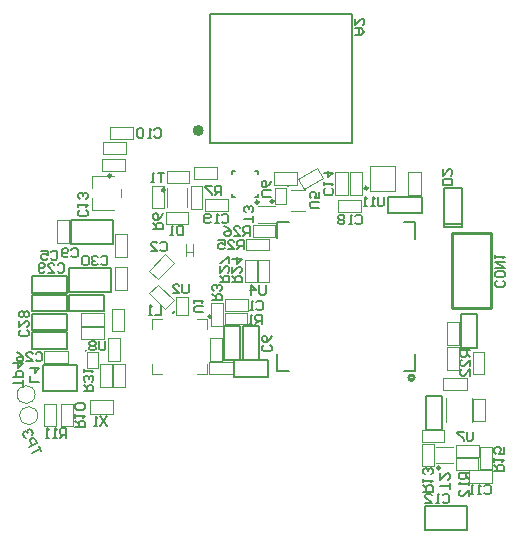
<source format=gbo>
G04*
G04 #@! TF.GenerationSoftware,Altium Limited,Altium Designer,19.1.9 (167)*
G04*
G04 Layer_Color=32896*
%FSAX25Y25*%
%MOIN*%
G70*
G01*
G75*
%ADD10C,0.00787*%
%ADD11C,0.00598*%
%ADD22C,0.01968*%
%ADD64C,0.00984*%
%ADD114C,0.01000*%
%ADD115C,0.00394*%
%ADD116C,0.00197*%
%ADD117C,0.00591*%
D10*
X0724692Y3255560D02*
G03*
X0724692Y3255560I-0000223J0000000D01*
G01*
X0851705Y3195818D02*
Y3203818D01*
X0837706D02*
X0851705D01*
X0837706Y3195818D02*
Y3203818D01*
Y3195818D02*
X0851705D01*
X0843414Y3228989D02*
Y3240489D01*
X0837914D02*
X0843414D01*
X0837914Y3228989D02*
Y3240489D01*
Y3228989D02*
X0843414D01*
X0855133Y3256430D02*
Y3267930D01*
X0849633D02*
X0855133D01*
X0849633Y3256430D02*
Y3267930D01*
Y3256430D02*
X0855133D01*
X0830709Y3248866D02*
X0834410D01*
X0834450Y3248905D01*
Y3254574D01*
X0834410Y3292921D02*
Y3298314D01*
X0834292Y3298432D02*
X0834410Y3298314D01*
X0830709Y3298432D02*
X0834292D01*
X0788465Y3298393D02*
X0792402D01*
X0788387Y3298314D02*
X0788465Y3298393D01*
X0788387Y3292999D02*
Y3298314D01*
X0788308Y3249062D02*
Y3254574D01*
X0788465Y3248905D02*
X0792442D01*
X0788308Y3249062D02*
X0788465Y3248905D01*
X0825294Y3301281D02*
X0836794D01*
Y3306781D01*
X0825294D02*
X0836794D01*
X0825294Y3301281D02*
Y3306781D01*
X0773209Y3306787D02*
Y3307771D01*
Y3306787D02*
X0774194Y3306787D01*
X0773209Y3315448D02*
X0774194D01*
X0773209D02*
X0773209Y3314464D01*
X0781871D02*
Y3315448D01*
X0780887Y3315448D02*
X0781871Y3315448D01*
X0781871Y3307771D02*
X0781871Y3306787D01*
X0780887D02*
X0781871D01*
X0770656Y3252375D02*
X0776156D01*
X0770656D02*
Y3263875D01*
X0776156D01*
Y3252375D02*
Y3263875D01*
X0776877Y3252336D02*
X0782377D01*
X0776877D02*
Y3263836D01*
X0782377D01*
Y3252336D02*
Y3263836D01*
X0773995Y3246793D02*
Y3252293D01*
X0785495D01*
Y3246793D02*
Y3252293D01*
X0773995Y3246793D02*
X0785495D01*
X0719074Y3274177D02*
X0730574D01*
X0719074Y3268677D02*
Y3274177D01*
Y3268677D02*
X0730574D01*
Y3274177D01*
X0706711Y3262417D02*
X0718211D01*
Y3267917D01*
X0706711D02*
X0718211D01*
X0706711Y3262417D02*
Y3267917D01*
Y3256157D02*
X0718211D01*
Y3261657D01*
X0706711D02*
X0718211D01*
X0706711Y3256157D02*
Y3261657D01*
X0710178Y3242175D02*
X0721595D01*
X0710178D02*
Y3250836D01*
X0721595D01*
Y3242175D02*
Y3250836D01*
X0706711Y3268677D02*
X0718211D01*
Y3274177D01*
X0706711D02*
X0718211D01*
X0706711Y3268677D02*
Y3274177D01*
X0706672Y3274903D02*
Y3280403D01*
X0718172D01*
Y3274903D02*
Y3280403D01*
X0706672Y3274903D02*
X0718172D01*
X0719005Y3274952D02*
Y3282952D01*
Y3274952D02*
X0733005D01*
Y3282952D01*
X0719005D02*
X0733005D01*
X0719770Y3291019D02*
Y3299018D01*
Y3291019D02*
X0733770D01*
Y3299018D01*
X0719770D02*
X0733770D01*
X0813249Y3324621D02*
Y3367928D01*
X0766005Y3324621D02*
X0813249D01*
X0766005Y3367928D02*
X0813249D01*
X0766005Y3324621D02*
Y3367928D01*
X0844068Y3296834D02*
X0850068D01*
X0844068Y3297834D02*
X0850068D01*
Y3296834D02*
Y3309834D01*
X0844068D02*
X0850068D01*
X0844068Y3296834D02*
Y3309834D01*
D11*
X0747449Y3329135D02*
X0747974Y3329660D01*
X0749023D01*
X0749548Y3329135D01*
Y3327036D01*
X0749023Y3326511D01*
X0747974D01*
X0747449Y3327036D01*
X0746399Y3326511D02*
X0745350D01*
X0745875D01*
Y3329660D01*
X0746399Y3329135D01*
X0743776D02*
X0743251Y3329660D01*
X0742201D01*
X0741677Y3329135D01*
Y3327036D01*
X0742201Y3326511D01*
X0743251D01*
X0743776Y3327036D01*
Y3329135D01*
D22*
X0762948Y3328952D02*
G03*
X0762948Y3328952I-0000880J0000000D01*
G01*
D64*
X0733009Y3313834D02*
G03*
X0733009Y3313834I-0000492J0000000D01*
G01*
D114*
X0842695Y3216475D02*
G03*
X0842695Y3216475I-0000473J0000000D01*
G01*
X0834056Y3246503D02*
G03*
X0834056Y3246503I-0000905J0000000D01*
G01*
X0818539Y3309764D02*
G03*
X0818539Y3309764I-0000487J0000000D01*
G01*
X0750966Y3309070D02*
G03*
X0750966Y3309070I-0000473J0000000D01*
G01*
X0782162Y3305054D02*
G03*
X0782162Y3305054I-0000449J0000000D01*
G01*
X0787226Y3305330D02*
G03*
X0787226Y3305330I-0000473J0000000D01*
G01*
X0766389Y3267023D02*
G03*
X0766389Y3267023I-0000424J0000000D01*
G01*
X0753879Y3268361D02*
G03*
X0753879Y3268361I-0000197J0000000D01*
G01*
X0846749Y3294680D02*
X0859749Y3294680D01*
X0846749Y3269680D02*
Y3294680D01*
Y3269680D02*
X0859749Y3269680D01*
Y3294680D01*
D115*
X0792132Y3310380D02*
G03*
X0792132Y3310380I-0000224J0000000D01*
G01*
X0797603Y3309700D02*
G03*
X0797603Y3309700I-0000220J0000000D01*
G01*
X0707698Y3240921D02*
G03*
X0707698Y3240921I-0002993J0000000D01*
G01*
X0708565Y3233873D02*
G03*
X0708565Y3233873I-0002993J0000000D01*
G01*
X0758091Y3288316D02*
X0760454D01*
X0758091D02*
X0759272D01*
X0758091D02*
Y3291078D01*
X0760454Y3288316D02*
Y3291078D01*
Y3287141D02*
Y3288322D01*
X0758091Y3287102D02*
Y3288316D01*
X0841435Y3223561D02*
X0846946D01*
X0841435Y3218050D02*
X0846946D01*
X0836631Y3224506D02*
X0840569D01*
Y3217026D02*
Y3224506D01*
X0836631Y3217026D02*
X0840569D01*
X0836631D02*
Y3224506D01*
X0836671Y3225136D02*
Y3229073D01*
X0844151D01*
Y3225136D02*
Y3229073D01*
X0836671Y3225136D02*
X0844151D01*
X0855529Y3220255D02*
Y3224191D01*
X0848049Y3220255D02*
X0855529D01*
X0848049D02*
Y3224191D01*
X0855529D01*
X0855490Y3215884D02*
Y3219821D01*
X0848009Y3215884D02*
X0855490D01*
X0848009D02*
Y3219821D01*
X0855490D01*
X0855962Y3223561D02*
X0859899D01*
Y3216081D02*
Y3223561D01*
X0855962Y3216081D02*
X0859899D01*
X0855962D02*
Y3223561D01*
X0859961Y3211531D02*
Y3215665D01*
X0852284Y3211531D02*
X0859961D01*
X0852284D02*
Y3215665D01*
X0859961D01*
X0853774Y3231944D02*
X0857711D01*
X0853774D02*
Y3239425D01*
X0857711D01*
Y3231944D02*
Y3239425D01*
X0853225Y3231810D02*
X0853245Y3239684D01*
X0844761Y3231810D02*
Y3239684D01*
X0844883Y3249168D02*
X0849016D01*
X0844883D02*
Y3256846D01*
X0849016D01*
Y3249168D02*
Y3256846D01*
X0844883Y3264956D02*
X0849016D01*
Y3257279D02*
Y3264956D01*
X0844883Y3257279D02*
X0849016D01*
X0844883D02*
Y3264956D01*
X0843833Y3242397D02*
Y3246531D01*
X0851510D01*
Y3242397D02*
Y3246531D01*
X0843833Y3242397D02*
X0851510D01*
X0853524Y3255133D02*
X0857461D01*
Y3247653D02*
Y3255133D01*
X0853524Y3247653D02*
X0857461D01*
X0853524D02*
Y3255133D01*
X0832048Y3315074D02*
X0836182D01*
Y3307397D02*
Y3315074D01*
X0832048Y3307397D02*
X0836182D01*
X0832048D02*
Y3315074D01*
X0819391Y3308755D02*
Y3317023D01*
Y3308755D02*
X0827658D01*
Y3317023D01*
X0819391D02*
X0827658D01*
X0812776Y3307535D02*
X0816713D01*
X0812776D02*
Y3315015D01*
X0816713D01*
Y3307535D02*
Y3315015D01*
X0808584Y3301609D02*
Y3305743D01*
X0816261D01*
Y3301609D02*
Y3305743D01*
X0808584Y3301609D02*
X0816261D01*
X0807757Y3307515D02*
X0811891D01*
X0807757D02*
Y3315192D01*
X0811891D01*
Y3307515D02*
Y3315192D01*
X0795040Y3310862D02*
Y3314995D01*
X0787363Y3310862D02*
X0795040D01*
X0787363D02*
Y3314995D01*
X0795040D01*
X0801685Y3316464D02*
X0803653Y3313054D01*
X0797175Y3309314D02*
X0803653Y3313054D01*
X0795207Y3312724D02*
X0797175Y3309314D01*
X0795207Y3312724D02*
X0801685Y3316464D01*
X0787609Y3304480D02*
Y3309880D01*
Y3304480D02*
X0791409D01*
Y3309880D01*
X0787609D02*
X0791409D01*
X0793052Y3302121D02*
X0797776D01*
X0793052Y3309011D02*
X0797776D01*
X0760670Y3312791D02*
Y3316924D01*
X0768347D01*
Y3312791D02*
Y3316924D01*
X0760670Y3312791D02*
X0768347D01*
X0759036Y3311334D02*
Y3315271D01*
X0751556Y3311334D02*
X0759036D01*
X0751556D02*
Y3315271D01*
X0759036D01*
X0751792Y3303351D02*
Y3309779D01*
X0758485Y3303362D02*
Y3309789D01*
X0751280Y3297909D02*
Y3301846D01*
X0758761D01*
Y3297909D02*
Y3301846D01*
X0751280Y3297909D02*
X0758761D01*
X0759509Y3310389D02*
X0763446D01*
Y3302909D02*
Y3310389D01*
X0759509Y3302909D02*
X0763446D01*
X0759509D02*
Y3310389D01*
X0771891Y3302082D02*
Y3306216D01*
X0764213Y3302082D02*
X0771891D01*
X0764213D02*
Y3306216D01*
X0771891D01*
X0782028Y3298243D02*
X0787540D01*
X0782028Y3303755D02*
X0787540D01*
X0787698Y3293361D02*
Y3297298D01*
X0780217Y3293361D02*
X0787698D01*
X0780217D02*
Y3297298D01*
X0787698D01*
X0785572Y3288992D02*
Y3292928D01*
X0778091Y3288992D02*
X0785572D01*
X0778091D02*
Y3292928D01*
X0785572D01*
X0777579Y3278283D02*
X0781517D01*
X0777579D02*
Y3285763D01*
X0781517D01*
Y3278283D02*
Y3285763D01*
X0781871Y3278283D02*
X0785808D01*
X0781871D02*
Y3285763D01*
X0785808D01*
Y3278283D02*
Y3285763D01*
X0761713Y3266117D02*
X0765060D01*
Y3262771D02*
Y3266117D01*
X0746556D02*
X0749902D01*
X0746556Y3262771D02*
Y3266117D01*
Y3247614D02*
Y3250960D01*
Y3247614D02*
X0749902D01*
X0765060D02*
Y3250960D01*
X0761713Y3247614D02*
X0765060D01*
X0766438Y3263794D02*
X0770375D01*
X0766438D02*
Y3271275D01*
X0770375D01*
Y3263794D02*
Y3271275D01*
X0778583Y3268657D02*
Y3272791D01*
X0770906Y3268657D02*
X0778583D01*
X0770906D02*
Y3272791D01*
X0778583D01*
X0770926Y3264306D02*
Y3268243D01*
X0778406D01*
Y3264306D02*
Y3268243D01*
X0770926Y3264306D02*
X0778406D01*
X0765867Y3252239D02*
Y3259917D01*
Y3252239D02*
X0770001D01*
Y3259917D01*
X0765867D02*
X0770001D01*
X0773505Y3247712D02*
Y3251846D01*
X0765828Y3247712D02*
X0773505D01*
X0765828D02*
Y3251846D01*
X0773505D01*
X0754666Y3273283D02*
X0758603D01*
X0754666Y3267377D02*
X0758603D01*
Y3273283D01*
X0754666Y3267377D02*
Y3273283D01*
X0751116Y3269522D02*
X0753900Y3272306D01*
X0745826Y3274811D02*
X0751116Y3269522D01*
X0745826Y3274811D02*
X0748610Y3277595D01*
X0753900Y3272306D01*
X0745726Y3282266D02*
X0748650Y3279343D01*
X0745726Y3282266D02*
X0751155Y3287695D01*
X0754078Y3284772D01*
X0748650Y3279343D02*
X0754078Y3284772D01*
X0746595Y3302987D02*
X0750532D01*
X0746595D02*
Y3310468D01*
X0750532D01*
Y3302987D02*
Y3310468D01*
X0723032Y3263927D02*
Y3268060D01*
X0730710D01*
Y3263927D02*
Y3268060D01*
X0723032Y3263927D02*
X0730710D01*
X0723072Y3259438D02*
Y3263572D01*
X0730749D01*
Y3259438D02*
Y3263572D01*
X0723072Y3259438D02*
X0730749D01*
X0718505Y3251446D02*
Y3255580D01*
X0710828Y3251446D02*
X0718505D01*
X0710828D02*
Y3255580D01*
X0718505D01*
X0710808Y3237889D02*
X0714745D01*
Y3230409D02*
Y3237889D01*
X0710808Y3230409D02*
X0714745D01*
X0710808D02*
Y3237889D01*
X0716359Y3237889D02*
X0720296D01*
Y3230409D02*
Y3237889D01*
X0716359Y3230409D02*
X0720296D01*
X0716359D02*
Y3237889D01*
X0725887Y3234503D02*
X0730217D01*
X0733761D01*
Y3239228D01*
X0725887D02*
X0733761D01*
X0725887Y3234503D02*
Y3239228D01*
X0729351Y3243519D02*
X0733288D01*
X0729351D02*
Y3250999D01*
X0733288D01*
Y3243519D02*
Y3250999D01*
X0733642Y3243480D02*
X0737579D01*
X0733642D02*
Y3250960D01*
X0737579D01*
Y3243480D02*
Y3250960D01*
X0732028Y3259694D02*
X0735965D01*
Y3252214D02*
Y3259694D01*
X0732028Y3252214D02*
X0735965D01*
X0732028D02*
Y3259694D01*
X0733406Y3269503D02*
X0737343D01*
Y3262023D02*
Y3269503D01*
X0733406Y3262023D02*
X0737343D01*
X0733406D02*
Y3269503D01*
X0734213Y3294523D02*
X0738347D01*
Y3286846D02*
Y3294523D01*
X0734213Y3286846D02*
X0738347D01*
X0734213D02*
Y3294523D01*
X0715001Y3291373D02*
X0719135D01*
X0715001D02*
Y3299051D01*
X0719135D01*
Y3291373D02*
Y3299051D01*
X0734351Y3283361D02*
X0738288D01*
Y3275881D02*
Y3283361D01*
X0734351Y3275881D02*
X0738288D01*
X0734351D02*
Y3283361D01*
X0726689Y3302338D02*
Y3306275D01*
Y3309897D02*
Y3313834D01*
X0736438Y3306806D02*
Y3309365D01*
X0726689Y3313834D02*
X0733977D01*
X0726689Y3302338D02*
X0733977D01*
X0737560Y3315271D02*
Y3319405D01*
X0729883Y3315271D02*
X0737560D01*
X0729883D02*
Y3319405D01*
X0737560D01*
X0740237Y3326058D02*
Y3330192D01*
X0732560Y3326058D02*
X0740237D01*
X0732560D02*
Y3330192D01*
X0740237D01*
X0730453Y3325015D02*
X0737934D01*
X0730453Y3321078D02*
Y3325015D01*
Y3321078D02*
X0737934D01*
Y3325015D01*
D116*
X0725021Y3249891D02*
Y3254970D01*
X0728524D01*
X0725021Y3249891D02*
X0728524D01*
Y3254970D01*
D117*
X0756950Y3297258D02*
Y3294109D01*
X0755375D01*
X0754851Y3294634D01*
Y3296733D01*
X0755375Y3297258D01*
X0756950D01*
X0753801Y3294109D02*
X0752751D01*
X0753276D01*
Y3297258D01*
X0753801Y3296733D01*
X0843551Y3207285D02*
X0844076Y3207809D01*
X0845126D01*
X0845650Y3207285D01*
Y3205185D01*
X0845126Y3204660D01*
X0844076D01*
X0843551Y3205185D01*
X0842502Y3204660D02*
X0841452D01*
X0841977D01*
Y3207809D01*
X0842502Y3207285D01*
X0837779Y3204660D02*
X0839878D01*
X0837779Y3206760D01*
Y3207285D01*
X0838304Y3207809D01*
X0839353D01*
X0839878Y3207285D01*
X0845964Y3209424D02*
Y3211523D01*
Y3210474D01*
X0842816D01*
Y3214672D02*
Y3212573D01*
X0844915Y3214672D01*
X0845440D01*
X0845964Y3214147D01*
Y3213098D01*
X0845440Y3212573D01*
X0837107Y3208558D02*
X0840256D01*
Y3210133D01*
X0839731Y3210657D01*
X0838681D01*
X0838157Y3210133D01*
Y3208558D01*
Y3209608D02*
X0837107Y3210657D01*
Y3211707D02*
Y3212756D01*
Y3212231D01*
X0840256D01*
X0839731Y3211707D01*
Y3214331D02*
X0840256Y3214856D01*
Y3215905D01*
X0839731Y3216430D01*
X0839206D01*
X0838681Y3215905D01*
Y3215380D01*
Y3215905D01*
X0838157Y3216430D01*
X0837632D01*
X0837107Y3215905D01*
Y3214856D01*
X0837632Y3214331D01*
X0852284Y3214808D02*
X0849136D01*
Y3213234D01*
X0849660Y3212709D01*
X0850710D01*
X0851235Y3213234D01*
Y3214808D01*
Y3213759D02*
X0852284Y3212709D01*
Y3211660D02*
Y3210610D01*
Y3211135D01*
X0849136D01*
X0849660Y3211660D01*
X0852284Y3206937D02*
Y3209036D01*
X0850185Y3206937D01*
X0849660D01*
X0849136Y3207462D01*
Y3208511D01*
X0849660Y3209036D01*
X0860769Y3215448D02*
X0863917D01*
Y3217022D01*
X0863392Y3217547D01*
X0862343D01*
X0861818Y3217022D01*
Y3215448D01*
Y3216497D02*
X0860769Y3217547D01*
Y3218597D02*
Y3219646D01*
Y3219122D01*
X0863917D01*
X0863392Y3218597D01*
X0863917Y3223320D02*
Y3221220D01*
X0862343D01*
X0862868Y3222270D01*
Y3222795D01*
X0862343Y3223320D01*
X0861293D01*
X0860769Y3222795D01*
Y3221745D01*
X0861293Y3221220D01*
X0857410Y3210316D02*
X0857934Y3210841D01*
X0858984D01*
X0859509Y3210316D01*
Y3208217D01*
X0858984Y3207692D01*
X0857934D01*
X0857410Y3208217D01*
X0856360Y3207692D02*
X0855311D01*
X0855835D01*
Y3210841D01*
X0856360Y3210316D01*
X0853736Y3207692D02*
X0852687D01*
X0853211D01*
Y3210841D01*
X0853736Y3210316D01*
X0853682Y3228596D02*
Y3225973D01*
X0853157Y3225448D01*
X0852108D01*
X0851583Y3225973D01*
Y3228596D01*
X0850533D02*
X0848434D01*
Y3228072D01*
X0850533Y3225973D01*
Y3225448D01*
X0852619Y3255645D02*
X0849470D01*
Y3254071D01*
X0849995Y3253546D01*
X0851045D01*
X0851569Y3254071D01*
Y3255645D01*
Y3254596D02*
X0852619Y3253546D01*
Y3250397D02*
Y3252496D01*
X0850520Y3250397D01*
X0849995D01*
X0849470Y3250922D01*
Y3251971D01*
X0849995Y3252496D01*
X0852619Y3247248D02*
Y3249348D01*
X0850520Y3247248D01*
X0849995D01*
X0849470Y3247773D01*
Y3248823D01*
X0849995Y3249348D01*
X0784509Y3277337D02*
Y3274713D01*
X0783984Y3274188D01*
X0782934D01*
X0782410Y3274713D01*
Y3277337D01*
X0779786Y3274188D02*
Y3277337D01*
X0781360Y3275763D01*
X0779261D01*
X0823997Y3306786D02*
Y3304162D01*
X0823472Y3303637D01*
X0822423D01*
X0821898Y3304162D01*
Y3306786D01*
X0820848Y3303637D02*
X0819799D01*
X0820323D01*
Y3306786D01*
X0820848Y3306261D01*
X0818224Y3303637D02*
X0817175D01*
X0817700D01*
Y3306786D01*
X0818224Y3306261D01*
X0814496Y3300316D02*
X0815021Y3300841D01*
X0816070D01*
X0816595Y3300316D01*
Y3298217D01*
X0816070Y3297692D01*
X0815021D01*
X0814496Y3298217D01*
X0813447Y3297692D02*
X0812397D01*
X0812922D01*
Y3300841D01*
X0813447Y3300316D01*
X0810823D02*
X0810298Y3300841D01*
X0809249D01*
X0808724Y3300316D01*
Y3299791D01*
X0809249Y3299266D01*
X0808724Y3298742D01*
Y3298217D01*
X0809249Y3297692D01*
X0810298D01*
X0810823Y3298217D01*
Y3298742D01*
X0810298Y3299266D01*
X0810823Y3299791D01*
Y3300316D01*
X0810298Y3299266D02*
X0809249D01*
X0806542Y3309673D02*
X0807067Y3309148D01*
Y3308099D01*
X0806542Y3307574D01*
X0804443D01*
X0803918Y3308099D01*
Y3309148D01*
X0804443Y3309673D01*
X0803918Y3310723D02*
Y3311772D01*
Y3311247D01*
X0807067D01*
X0806542Y3310723D01*
X0803918Y3314921D02*
X0807067D01*
X0805492Y3313346D01*
Y3315445D01*
X0786397Y3306905D02*
X0783774D01*
X0783249Y3307430D01*
Y3308479D01*
X0783774Y3309004D01*
X0786397D01*
Y3312152D02*
X0785873Y3311103D01*
X0784823Y3310053D01*
X0783774D01*
X0783249Y3310578D01*
Y3311628D01*
X0783774Y3312152D01*
X0784298D01*
X0784823Y3311628D01*
Y3310053D01*
X0802460Y3303125D02*
X0799837D01*
X0799312Y3303650D01*
Y3304699D01*
X0799837Y3305224D01*
X0802460D01*
Y3308373D02*
Y3306274D01*
X0800886D01*
X0801411Y3307323D01*
Y3307848D01*
X0800886Y3308373D01*
X0799837D01*
X0799312Y3307848D01*
Y3306799D01*
X0799837Y3306274D01*
X0750611Y3314896D02*
X0748512D01*
X0749562D01*
Y3311747D01*
X0747462D02*
X0746413D01*
X0746938D01*
Y3314896D01*
X0747462Y3314371D01*
X0747107Y3296038D02*
X0750256D01*
Y3297613D01*
X0749731Y3298138D01*
X0748681D01*
X0748157Y3297613D01*
Y3296038D01*
Y3297088D02*
X0747107Y3298138D01*
X0750256Y3301286D02*
X0749731Y3300237D01*
X0748681Y3299187D01*
X0747632D01*
X0747107Y3299712D01*
Y3300761D01*
X0747632Y3301286D01*
X0748157D01*
X0748681Y3300761D01*
Y3299187D01*
X0769705Y3307338D02*
Y3310486D01*
X0768131D01*
X0767606Y3309962D01*
Y3308912D01*
X0768131Y3308387D01*
X0769705D01*
X0768656D02*
X0767606Y3307338D01*
X0766557Y3310486D02*
X0764458D01*
Y3309962D01*
X0766557Y3307862D01*
Y3307338D01*
X0769890Y3300670D02*
X0770415Y3301195D01*
X0771464D01*
X0771989Y3300670D01*
Y3298571D01*
X0771464Y3298046D01*
X0770415D01*
X0769890Y3298571D01*
X0768840Y3298046D02*
X0767791D01*
X0768316D01*
Y3301195D01*
X0768840Y3300670D01*
X0766217Y3298571D02*
X0765692Y3298046D01*
X0764642D01*
X0764117Y3298571D01*
Y3300670D01*
X0764642Y3301195D01*
X0765692D01*
X0766217Y3300670D01*
Y3300145D01*
X0765692Y3299621D01*
X0764117D01*
X0780492Y3298479D02*
Y3300579D01*
Y3299529D01*
X0777343D01*
X0779967Y3301628D02*
X0780492Y3302153D01*
Y3303202D01*
X0779967Y3303727D01*
X0779442D01*
X0778918Y3303202D01*
Y3302678D01*
Y3303202D01*
X0778393Y3303727D01*
X0777868D01*
X0777343Y3303202D01*
Y3302153D01*
X0777868Y3301628D01*
X0779194Y3293834D02*
Y3296983D01*
X0777619D01*
X0777095Y3296458D01*
Y3295408D01*
X0777619Y3294883D01*
X0779194D01*
X0778144D02*
X0777095Y3293834D01*
X0773946D02*
X0776045D01*
X0773946Y3295933D01*
Y3296458D01*
X0774471Y3296983D01*
X0775520D01*
X0776045Y3296458D01*
X0770797Y3296983D02*
X0771847Y3296458D01*
X0772896Y3295408D01*
Y3294358D01*
X0772372Y3293834D01*
X0771322D01*
X0770797Y3294358D01*
Y3294883D01*
X0771322Y3295408D01*
X0772896D01*
X0777186Y3289267D02*
Y3292416D01*
X0775611D01*
X0775087Y3291891D01*
Y3290841D01*
X0775611Y3290316D01*
X0777186D01*
X0776136D02*
X0775087Y3289267D01*
X0771938D02*
X0774037D01*
X0771938Y3291366D01*
Y3291891D01*
X0772463Y3292416D01*
X0773513D01*
X0774037Y3291891D01*
X0768790Y3292416D02*
X0770889D01*
Y3290841D01*
X0769839Y3291366D01*
X0769314D01*
X0768790Y3290841D01*
Y3289792D01*
X0769314Y3289267D01*
X0770364D01*
X0770889Y3289792D01*
X0769312Y3278440D02*
X0772460D01*
Y3280014D01*
X0771936Y3280539D01*
X0770886D01*
X0770361Y3280014D01*
Y3278440D01*
Y3279490D02*
X0769312Y3280539D01*
Y3283688D02*
Y3281589D01*
X0771411Y3283688D01*
X0771936D01*
X0772460Y3283163D01*
Y3282114D01*
X0771936Y3281589D01*
X0772460Y3284737D02*
Y3286836D01*
X0771936D01*
X0769837Y3284737D01*
X0769312D01*
X0773367Y3278283D02*
X0776515D01*
Y3279857D01*
X0775991Y3280382D01*
X0774941D01*
X0774416Y3279857D01*
Y3278283D01*
Y3279332D02*
X0773367Y3280382D01*
Y3283530D02*
Y3281431D01*
X0775466Y3283530D01*
X0775991D01*
X0776515Y3283006D01*
Y3281956D01*
X0775991Y3281431D01*
X0773367Y3286154D02*
X0776515D01*
X0774941Y3284580D01*
Y3286679D01*
X0763799Y3268283D02*
X0761175D01*
X0760650Y3268807D01*
Y3269857D01*
X0761175Y3270382D01*
X0763799D01*
X0760650Y3271431D02*
Y3272481D01*
Y3271956D01*
X0763799D01*
X0763274Y3271431D01*
X0766831Y3272298D02*
X0769980D01*
Y3273873D01*
X0769455Y3274398D01*
X0768406D01*
X0767881Y3273873D01*
Y3272298D01*
Y3273348D02*
X0766831Y3274398D01*
X0769455Y3275447D02*
X0769980Y3275972D01*
Y3277021D01*
X0769455Y3277546D01*
X0768931D01*
X0768406Y3277021D01*
Y3276497D01*
Y3277021D01*
X0767881Y3277546D01*
X0767356D01*
X0766831Y3277021D01*
Y3275972D01*
X0767356Y3275447D01*
X0781425Y3271615D02*
X0781950Y3272140D01*
X0783000D01*
X0783524Y3271615D01*
Y3269516D01*
X0783000Y3268991D01*
X0781950D01*
X0781425Y3269516D01*
X0780376Y3268991D02*
X0779326D01*
X0779851D01*
Y3272140D01*
X0780376Y3271615D01*
X0783249Y3264425D02*
Y3267573D01*
X0781674D01*
X0781150Y3267048D01*
Y3265999D01*
X0781674Y3265474D01*
X0783249D01*
X0782199D02*
X0781150Y3264425D01*
X0780100D02*
X0779051D01*
X0779575D01*
Y3267573D01*
X0780100Y3267048D01*
X0786069Y3257389D02*
X0786594Y3256865D01*
Y3255815D01*
X0786069Y3255291D01*
X0783970D01*
X0783446Y3255815D01*
Y3256865D01*
X0783970Y3257389D01*
X0786594Y3260538D02*
X0786069Y3259489D01*
X0785020Y3258439D01*
X0783970D01*
X0783446Y3258964D01*
Y3260014D01*
X0783970Y3260538D01*
X0784495D01*
X0785020Y3260014D01*
Y3258439D01*
X0758918Y3277770D02*
Y3275146D01*
X0758393Y3274621D01*
X0757344D01*
X0756819Y3275146D01*
Y3277770D01*
X0753671Y3274621D02*
X0755769D01*
X0753671Y3276720D01*
Y3277245D01*
X0754195Y3277770D01*
X0755245D01*
X0755769Y3277245D01*
X0749706Y3270723D02*
Y3267574D01*
X0747607D01*
X0746557D02*
X0745507D01*
X0746032D01*
Y3270723D01*
X0746557Y3270198D01*
X0749496Y3291339D02*
X0750021Y3291864D01*
X0751070D01*
X0751595Y3291339D01*
Y3289241D01*
X0751070Y3288716D01*
X0750021D01*
X0749496Y3289241D01*
X0746348Y3288716D02*
X0748447D01*
X0746348Y3290815D01*
Y3291339D01*
X0746872Y3291864D01*
X0747922D01*
X0748447Y3291339D01*
X0705046Y3262429D02*
X0705571Y3261904D01*
Y3260855D01*
X0705046Y3260330D01*
X0702947D01*
X0702422Y3260855D01*
Y3261904D01*
X0702947Y3262429D01*
X0702422Y3265578D02*
Y3263478D01*
X0704521Y3265578D01*
X0705046D01*
X0705571Y3265053D01*
Y3264003D01*
X0705046Y3263478D01*
Y3266627D02*
X0705571Y3267152D01*
Y3268201D01*
X0705046Y3268726D01*
X0704521D01*
X0703996Y3268201D01*
X0703472Y3268726D01*
X0702947D01*
X0702422Y3268201D01*
Y3267152D01*
X0702947Y3266627D01*
X0703472D01*
X0703996Y3267152D01*
X0704521Y3266627D01*
X0705046D01*
X0703996Y3267152D02*
Y3268201D01*
X0731083Y3258754D02*
Y3256130D01*
X0730559Y3255605D01*
X0729509D01*
X0728984Y3256130D01*
Y3258754D01*
X0727935Y3258229D02*
X0727410Y3258754D01*
X0726361D01*
X0725836Y3258229D01*
Y3257705D01*
X0726361Y3257180D01*
X0725836Y3256655D01*
Y3256130D01*
X0726361Y3255605D01*
X0727410D01*
X0727935Y3256130D01*
Y3256655D01*
X0727410Y3257180D01*
X0727935Y3257705D01*
Y3258229D01*
X0727410Y3257180D02*
X0726361D01*
X0707921Y3254568D02*
X0708446Y3255093D01*
X0709496D01*
X0710020Y3254568D01*
Y3252469D01*
X0709496Y3251944D01*
X0708446D01*
X0707921Y3252469D01*
X0704773Y3251944D02*
X0706872D01*
X0704773Y3254043D01*
Y3254568D01*
X0705298Y3255093D01*
X0706347D01*
X0706872Y3254568D01*
X0701624Y3255093D02*
X0702674Y3254568D01*
X0703723Y3253518D01*
Y3252469D01*
X0703198Y3251944D01*
X0702149D01*
X0701624Y3252469D01*
Y3252994D01*
X0702149Y3253518D01*
X0703723D01*
X0709114Y3245015D02*
X0705965D01*
Y3247114D01*
Y3249738D02*
X0709114D01*
X0707540Y3248164D01*
Y3250262D01*
X0703563Y3243558D02*
Y3245657D01*
Y3244608D01*
X0700414D01*
Y3246707D02*
X0703563D01*
Y3248281D01*
X0703038Y3248806D01*
X0701989D01*
X0701464Y3248281D01*
Y3246707D01*
X0700414Y3251430D02*
X0703563D01*
X0701989Y3249855D01*
Y3251955D01*
X0709803Y3221975D02*
X0708916Y3223878D01*
X0709360Y3222927D01*
X0706506Y3221596D01*
X0705619Y3223499D02*
X0708473Y3224829D01*
X0707807Y3226256D01*
X0707110Y3226510D01*
X0706159Y3226066D01*
X0705905Y3225369D01*
X0706570Y3223942D01*
X0706666Y3227461D02*
X0706920Y3228158D01*
X0706477Y3229110D01*
X0705779Y3229363D01*
X0705304Y3229142D01*
X0705050Y3228444D01*
X0705272Y3227969D01*
X0705050Y3228444D01*
X0704352Y3228698D01*
X0703877Y3228476D01*
X0703623Y3227779D01*
X0704067Y3226828D01*
X0704764Y3226574D01*
X0718013Y3226472D02*
Y3229620D01*
X0716438D01*
X0715914Y3229095D01*
Y3228046D01*
X0716438Y3227521D01*
X0718013D01*
X0716963D02*
X0715914Y3226472D01*
X0714864D02*
X0713814D01*
X0714339D01*
Y3229620D01*
X0714864Y3229095D01*
X0712240Y3226472D02*
X0711191D01*
X0711715D01*
Y3229620D01*
X0712240Y3229095D01*
X0721162Y3230094D02*
X0724311D01*
Y3231668D01*
X0723786Y3232193D01*
X0722737D01*
X0722212Y3231668D01*
Y3230094D01*
Y3231143D02*
X0721162Y3232193D01*
Y3233242D02*
Y3234292D01*
Y3233767D01*
X0724311D01*
X0723786Y3233242D01*
Y3235866D02*
X0724311Y3236391D01*
Y3237440D01*
X0723786Y3237965D01*
X0721687D01*
X0721162Y3237440D01*
Y3236391D01*
X0721687Y3235866D01*
X0723786D01*
X0731556Y3233636D02*
X0729457Y3230487D01*
Y3233636D02*
X0731556Y3230487D01*
X0728407D02*
X0727358D01*
X0727882D01*
Y3233636D01*
X0728407Y3233111D01*
X0723957Y3241983D02*
X0727106D01*
Y3243558D01*
X0726581Y3244083D01*
X0725532D01*
X0725007Y3243558D01*
Y3241983D01*
Y3243033D02*
X0723957Y3244083D01*
X0726581Y3245132D02*
X0727106Y3245657D01*
Y3246706D01*
X0726581Y3247231D01*
X0726056D01*
X0725532Y3246706D01*
Y3246181D01*
Y3246706D01*
X0725007Y3247231D01*
X0724482D01*
X0723957Y3246706D01*
Y3245657D01*
X0724482Y3245132D01*
X0723957Y3248281D02*
Y3249330D01*
Y3248805D01*
X0727106D01*
X0726581Y3248281D01*
X0719811Y3289253D02*
X0720336Y3289778D01*
X0721385D01*
X0721910Y3289253D01*
Y3287154D01*
X0721385Y3286629D01*
X0720336D01*
X0719811Y3287154D01*
X0718762D02*
X0718237Y3286629D01*
X0717187D01*
X0716663Y3287154D01*
Y3289253D01*
X0717187Y3289778D01*
X0718237D01*
X0718762Y3289253D01*
Y3288728D01*
X0718237Y3288203D01*
X0716663D01*
X0715205Y3284135D02*
X0715730Y3284660D01*
X0716779D01*
X0717304Y3284135D01*
Y3282036D01*
X0716779Y3281511D01*
X0715730D01*
X0715205Y3282036D01*
X0712056Y3281511D02*
X0714155D01*
X0712056Y3283610D01*
Y3284135D01*
X0712581Y3284660D01*
X0713631D01*
X0714155Y3284135D01*
X0711007Y3282036D02*
X0710482Y3281511D01*
X0709433D01*
X0708908Y3282036D01*
Y3284135D01*
X0709433Y3284660D01*
X0710482D01*
X0711007Y3284135D01*
Y3283610D01*
X0710482Y3283085D01*
X0708908D01*
X0712961Y3288387D02*
X0713485Y3288911D01*
X0714535D01*
X0715060Y3288387D01*
Y3286288D01*
X0714535Y3285763D01*
X0713485D01*
X0712961Y3286288D01*
X0709812Y3288911D02*
X0711911D01*
Y3287337D01*
X0710862Y3287862D01*
X0710337D01*
X0709812Y3287337D01*
Y3286288D01*
X0710337Y3285763D01*
X0711386D01*
X0711911Y3286288D01*
X0729732Y3286615D02*
X0730257Y3287140D01*
X0731307D01*
X0731832Y3286615D01*
Y3284516D01*
X0731307Y3283991D01*
X0730257D01*
X0729732Y3284516D01*
X0728683Y3286615D02*
X0728158Y3287140D01*
X0727109D01*
X0726584Y3286615D01*
Y3286090D01*
X0727109Y3285566D01*
X0727633D01*
X0727109D01*
X0726584Y3285041D01*
Y3284516D01*
X0727109Y3283991D01*
X0728158D01*
X0728683Y3284516D01*
X0725534Y3286615D02*
X0725010Y3287140D01*
X0723960D01*
X0723435Y3286615D01*
Y3284516D01*
X0723960Y3283991D01*
X0725010D01*
X0725534Y3284516D01*
Y3286615D01*
X0724770Y3302429D02*
X0725295Y3301904D01*
Y3300855D01*
X0724770Y3300330D01*
X0722671D01*
X0722147Y3300855D01*
Y3301904D01*
X0722671Y3302429D01*
X0722147Y3303479D02*
Y3304528D01*
Y3304003D01*
X0725295D01*
X0724770Y3303479D01*
Y3306102D02*
X0725295Y3306627D01*
Y3307677D01*
X0724770Y3308201D01*
X0724246D01*
X0723721Y3307677D01*
Y3307152D01*
Y3307677D01*
X0723196Y3308201D01*
X0722671D01*
X0722147Y3307677D01*
Y3306627D01*
X0722671Y3306102D01*
X0846712Y3310763D02*
X0843564D01*
Y3312337D01*
X0844089Y3312862D01*
X0846188D01*
X0846712Y3312337D01*
Y3310763D01*
X0843564Y3316011D02*
Y3313911D01*
X0845663Y3316011D01*
X0846188D01*
X0846712Y3315486D01*
Y3314436D01*
X0846188Y3313911D01*
X0863786Y3278925D02*
X0864311Y3278400D01*
Y3277351D01*
X0863786Y3276826D01*
X0861687D01*
X0861162Y3277351D01*
Y3278400D01*
X0861687Y3278925D01*
X0864311Y3281549D02*
Y3280499D01*
X0863786Y3279975D01*
X0861687D01*
X0861162Y3280499D01*
Y3281549D01*
X0861687Y3282074D01*
X0863786D01*
X0864311Y3281549D01*
X0861162Y3283123D02*
X0864311D01*
X0861162Y3285222D01*
X0864311D01*
X0861162Y3286272D02*
Y3287321D01*
Y3286797D01*
X0864311D01*
X0863786Y3286272D01*
X0814233Y3360881D02*
X0816332D01*
X0817382Y3361930D01*
X0816332Y3362980D01*
X0814233D01*
X0815807D01*
Y3360881D01*
X0814233Y3366129D02*
Y3364030D01*
X0816332Y3366129D01*
X0816857D01*
X0817382Y3365604D01*
Y3364555D01*
X0816857Y3364030D01*
M02*

</source>
